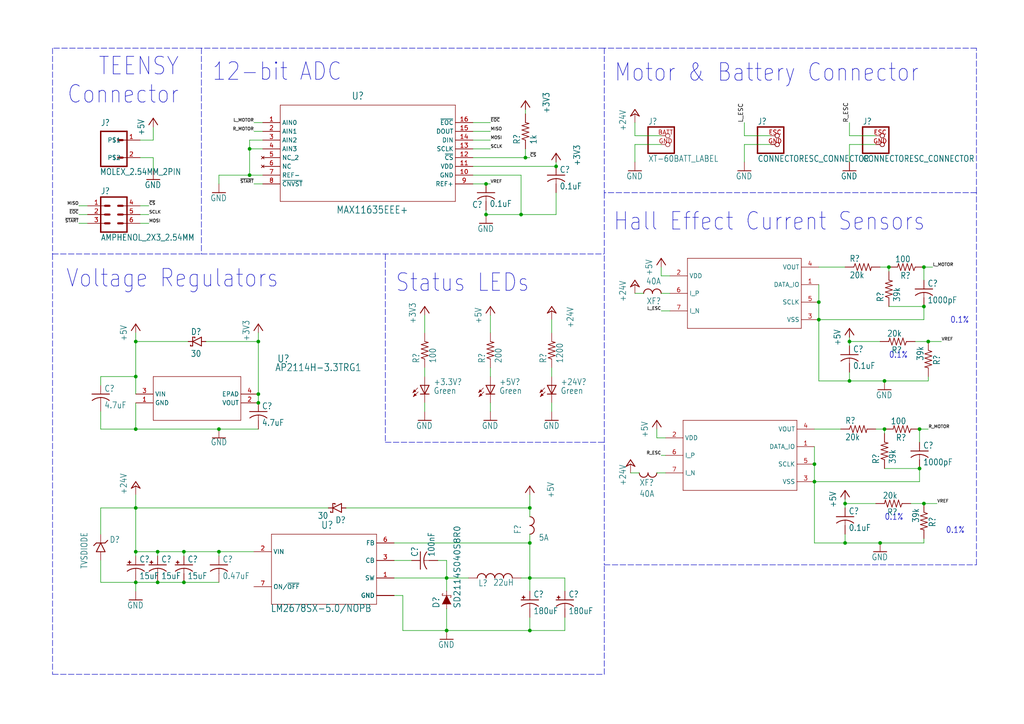
<source format=kicad_sch>
(kicad_sch (version 20211123) (generator eeschema)
  (paper "A4")
  (lib_symbols
    (symbol "powerDistribution-eagle-import:+24V" (power)
      (property "Value" "+24V" (at -2.54 -5.08 90))
      (symbol "+24V_1_0"
        (pin power_in line (at 0 -2.54 90) (length 2.54) (name "+24V") (number "1"))
      )
    )
    (symbol "powerDistribution-eagle-import:+3V3" (power)
      (property "Value" "+3V3" (at -2.54 -5.08 90))
      (symbol "+3V3_1_0"
        (pin power_in line (at 0 -2.54 90) (length 2.54) (name "+3V3") (number "1"))
      )
    )
    (symbol "powerDistribution-eagle-import:+5V" (power)
      (property "Value" "+5V" (at -2.54 -5.08 90))
      (symbol "+5V_1_0"
        (pin power_in line (at 0 -2.54 90) (length 2.54) (name "+5V") (number "1"))
      )
    )
    (symbol "powerDistribution-eagle-import:3550(2)"
      (property "Value" "3550(2)" (at -2.54 -2.54 0))
      (symbol "3550(2)_1_0"
        (pin bidirectional line (at -2.54 0 0) (length 0) (name "1") (number "1"))
        (pin bidirectional line (at -2.54 0 0) (length 0) (name "1") (number "2"))
        (pin bidirectional line (at 2.54 0 180) (length 0) (name "2") (number "3"))
        (pin bidirectional line (at 2.54 0 180) (length 0) (name "2") (number "4"))
      )
    )
    (symbol "powerDistribution-eagle-import:7447709220"
      (property "Value" "7447709220" (at 2.54 -6.35 0))
      (symbol "7447709220_1_0"
        (pin passive line (at 0 7.62 270) (length 2.54) (name "1") (number "1"))
        (pin passive line (at 0 -7.62 90) (length 2.54) (name "2") (number "2"))
      )
    )
    (symbol "powerDistribution-eagle-import:860010373009"
      (property "Reference" "C" (at 1.016 0.635 0))
      (property "Value" "860010373009" (at 1.016 -4.191 0))
      (symbol "860010373009_1_0"
        (pin passive line (at 0 2.54 270) (length 2.54) (name "+") (number "1"))
        (pin passive line (at 0 -5.08 90) (length 2.54) (name "-") (number "2"))
      )
    )
    (symbol "powerDistribution-eagle-import:AMPHENOL_2X3_2.54MM"
      (property "Value" "AMPHENOL_2X3_2.54MM" (at -3.81 -7.62 0))
      (symbol "AMPHENOL_2X3_2.54MM_1_0"
        (pin passive line (at -7.62 2.54 0) (length 5.08) (name "6") (number "1"))
        (pin passive line (at -7.62 0 0) (length 5.08) (name "4") (number "2"))
        (pin passive line (at -7.62 -2.54 0) (length 5.08) (name "2") (number "3"))
        (pin passive line (at 7.62 2.54 180) (length 5.08) (name "5") (number "4"))
        (pin passive line (at 7.62 0 180) (length 5.08) (name "3") (number "5"))
        (pin passive line (at 7.62 -2.54 180) (length 5.08) (name "1") (number "6"))
      )
    )
    (symbol "powerDistribution-eagle-import:AP2114H-3.3TRG1"
      (property "Reference" "U" (at -4.7244 6.5786 0))
      (property "Value" "AP2114H-3.3TRG1" (at -5.3594 -11.2014 0))
      (symbol "AP2114H-3.3TRG1_1_0"
        (pin power_in line (at -17.78 -2.54 0) (length 5.08) (name "GND") (number "1"))
        (pin output line (at 17.78 -2.54 180) (length 5.08) (name "VOUT") (number "2"))
        (pin input line (at -17.78 0 0) (length 5.08) (name "VIN") (number "3"))
        (pin passive line (at 17.78 0 180) (length 5.08) (name "EPAD") (number "4"))
      )
    )
    (symbol "powerDistribution-eagle-import:C-USC0603"
      (property "Reference" "C" (at 1.016 0.635 0))
      (property "Value" "C-USC0603" (at 1.016 -4.191 0))
      (symbol "C-USC0603_1_0"
        (pin passive line (at 0 2.54 270) (length 2.54) (name "1") (number "1"))
        (pin passive line (at 0 -5.08 90) (length 2.54) (name "2") (number "2"))
      )
    )
    (symbol "powerDistribution-eagle-import:CONNECTORESC_CONNECTOR"
      (property "Value" "CONNECTORESC_CONNECTOR" (at -6.35 -5.08 0))
      (symbol "CONNECTORESC_CONNECTOR_1_0"
        (pin passive inverted (at -2.54 2.54 0) (length 2.54) (name "1") (number "ESC"))
        (pin passive inverted (at -2.54 0 0) (length 2.54) (name "2") (number "GND"))
      )
    )
    (symbol "powerDistribution-eagle-import:CQ2065"
      (property "Value" "CQ2065" (at -15.24 -10.16 0))
      (symbol "CQ2065_1_0"
        (pin bidirectional line (at 22.86 2.54 180) (length 5.08) (name "DATA_IO") (number "1"))
        (pin bidirectional line (at -20.32 5.08 0) (length 5.08) (name "VDD") (number "2"))
        (pin bidirectional line (at 22.86 -7.62 180) (length 5.08) (name "VSS") (number "3"))
        (pin bidirectional line (at 22.86 7.62 180) (length 5.08) (name "VOUT") (number "4"))
        (pin bidirectional line (at 22.86 -2.54 180) (length 5.08) (name "SCLK") (number "5"))
        (pin bidirectional line (at -20.32 0 0) (length 5.08) (name "I_P") (number "6"))
        (pin bidirectional line (at -20.32 -5.08 0) (length 5.08) (name "I_N") (number "7"))
      )
    )
    (symbol "powerDistribution-eagle-import:DFLS130L-7"
      (property "Reference" "D" (at -2.54 2.54 0))
      (property "Value" "DFLS130L-7" (at -2.54 -2.54 0))
      (symbol "DFLS130L-7_1_0"
        (pin passive line (at -2.54 0 0) (length 0) (name "A") (number "1"))
        (pin passive line (at 2.54 0 180) (length 0) (name "C") (number "2"))
      )
    )
    (symbol "powerDistribution-eagle-import:ERB-RE5R00V"
      (property "Value" "ERB-RE5R00V" (at -2.54 -2.54 0))
      (symbol "ERB-RE5R00V_1_0"
        (pin bidirectional line (at -2.54 0 0) (length 0) (name "1") (number "1"))
        (pin bidirectional line (at 2.54 0 180) (length 0) (name "2") (number "2"))
      )
    )
    (symbol "powerDistribution-eagle-import:GND" (power)
      (property "Value" "GND" (at 0 -0.254 0))
      (symbol "GND_1_0"
        (pin power_in line (at 0 2.54 270) (length 2.54) (name "GND") (number "1"))
      )
    )
    (symbol "powerDistribution-eagle-import:LED-SMD"
      (property "Reference" "D" (at 2.54 2.54 0))
      (property "Value" "LED-SMD" (at 2.54 0 0))
      (symbol "LED-SMD_1_0"
        (pin passive line (at 0 5.08 270) (length 2.54) (name "A") (number "A"))
        (pin passive line (at 0 -2.54 90) (length 2.54) (name "K") (number "C"))
      )
    )
    (symbol "powerDistribution-eagle-import:LM2678SX-5.0{slash}NOPB"
      (property "Reference" "U" (at -14.8844 11.6586 0))
      (property "Value" "LM2678SX-5.0{slash}NOPB" (at -15.5194 -11.2014 0))
      (symbol "LM2678SX-5.0{slash}NOPB_1_0"
        (pin output line (at 20.32 -2.54 180) (length 5.08) (name "SW") (number "1"))
        (pin input line (at -20.32 5.08 0) (length 5.08) (name "VIN") (number "2"))
        (pin passive line (at 20.32 2.54 180) (length 5.08) (name "CB") (number "3"))
        (pin passive line (at 20.32 -7.62 180) (length 5.08) (name "GND") (number "4"))
        (pin passive line (at 20.32 7.62 180) (length 5.08) (name "FB") (number "6"))
        (pin passive line (at -20.32 -5.08 0) (length 5.08) (name "ON/~{OFF}") (number "7"))
        (pin passive line (at 20.32 -7.62 180) (length 5.08) (name "GND") (number "8"))
      )
    )
    (symbol "powerDistribution-eagle-import:MAX11635EEE+"
      (property "Reference" "U" (at -4.7244 16.7386 0))
      (property "Value" "MAX11635EEE+" (at -5.3594 14.1986 0))
      (symbol "MAX11635EEE+_1_0"
        (pin input line (at -30.48 7.62 0) (length 5.08) (name "AIN0") (number "1"))
        (pin power_in line (at 30.48 -7.62 180) (length 5.08) (name "GND") (number "10"))
        (pin power_in line (at 30.48 -5.08 180) (length 5.08) (name "VDD") (number "11"))
        (pin passive line (at 30.48 -2.54 180) (length 5.08) (name "~{CS}") (number "12"))
        (pin passive line (at 30.48 0 180) (length 5.08) (name "SCLK") (number "13"))
        (pin input line (at 30.48 2.54 180) (length 5.08) (name "DIN") (number "14"))
        (pin output line (at 30.48 5.08 180) (length 5.08) (name "DOUT") (number "15"))
        (pin passive line (at 30.48 7.62 180) (length 5.08) (name "~{EOC}") (number "16"))
        (pin input line (at -30.48 5.08 0) (length 5.08) (name "AIN1") (number "2"))
        (pin input line (at -30.48 2.54 0) (length 5.08) (name "AIN2") (number "3"))
        (pin input line (at -30.48 0 0) (length 5.08) (name "AIN3") (number "4"))
        (pin no_connect line (at -30.48 -2.54 0) (length 5.08) (name "NC_2") (number "5"))
        (pin no_connect line (at -30.48 -5.08 0) (length 5.08) (name "NC") (number "6"))
        (pin passive line (at -30.48 -7.62 0) (length 5.08) (name "REF-") (number "7"))
        (pin passive line (at -30.48 -10.16 0) (length 5.08) (name "~{CNVST}") (number "8"))
        (pin passive line (at 30.48 -10.16 180) (length 5.08) (name "REF+") (number "9"))
      )
    )
    (symbol "powerDistribution-eagle-import:MOLEX_2.54MM_2PIN"
      (property "Value" "MOLEX_2.54MM_2PIN" (at -4.064 -7.62 0))
      (symbol "MOLEX_2.54MM_2PIN_1_0"
        (pin bidirectional line (at 7.62 2.54 180) (length 5.08) (name "P$1") (number "1"))
        (pin bidirectional line (at 7.62 -2.54 180) (length 5.08) (name "P$2") (number "2"))
      )
    )
    (symbol "powerDistribution-eagle-import:R-US_R0603"
      (property "Reference" "R" (at -3.81 1.4986 0))
      (property "Value" "R-US_R0603" (at -3.81 -3.302 0))
      (symbol "R-US_R0603_1_0"
        (pin passive line (at -5.08 0 0) (length 2.54) (name "1") (number "1"))
        (pin passive line (at 5.08 0 180) (length 2.54) (name "2") (number "2"))
      )
    )
    (symbol "powerDistribution-eagle-import:SD2114S040S8R0"
      (property "Value" "SD2114S040S8R0" (at -2.54 -2.032 0))
      (symbol "SD2114S040S8R0_1_0"
        (pin passive line (at -2.54 0 0) (length 0) (name "A") (number "1"))
        (pin passive line (at 2.54 0 180) (length 0) (name "C") (number "2"))
      )
    )
    (symbol "powerDistribution-eagle-import:TR3E156M050C0300"
      (property "Reference" "C" (at 1.016 0.635 0))
      (property "Value" "TR3E156M050C0300" (at 1.016 -4.191 0))
      (symbol "TR3E156M050C0300_1_0"
        (pin passive line (at 0 2.54 270) (length 2.54) (name "+") (number "1"))
        (pin passive line (at 0 -5.08 90) (length 2.54) (name "-") (number "2"))
      )
    )
    (symbol "powerDistribution-eagle-import:TVSDIODE"
      (property "Value" "TVSDIODE" (at 2.54 -2.54 0))
      (symbol "TVSDIODE_1_0"
        (pin passive line (at 0 -5.08 90) (length 2.54) (name "A") (number "P$1"))
        (pin passive line (at 0 2.54 270) (length 2.54) (name "C") (number "P$2"))
      )
    )
    (symbol "powerDistribution-eagle-import:XT-60BATT_LABEL"
      (property "Reference" "J" (at -6.35 5.715 0))
      (property "Value" "XT-60BATT_LABEL" (at -6.35 -5.08 0))
      (symbol "XT-60BATT_LABEL_1_0"
        (pin passive inverted (at -2.54 2.54 0) (length 2.54) (name "1") (number "BATT"))
        (pin passive inverted (at -2.54 0 0) (length 2.54) (name "2") (number "GND"))
      )
    )
  )
  (junction (at 269.24 99.06))
  (junction (at 257.81 77.47))
  (junction (at 256.54 124.46))
  (junction (at 74.93 116.84))
  (junction (at 129.54 182.88))
  (junction (at 237.49 87.63))
  (junction (at 246.38 99.06))
  (junction (at 39.37 124.46))
  (junction (at 53.34 168.91))
  (junction (at 45.72 160.02))
  (junction (at 72.39 50.8))
  (junction (at 74.93 114.3))
  (junction (at 245.11 146.05))
  (junction (at 39.37 168.91))
  (junction (at 266.7 124.46))
  (junction (at 266.7 135.89))
  (junction (at 151.13 62.23))
  (junction (at 236.22 139.7))
  (junction (at 267.97 77.47))
  (junction (at 236.22 134.62))
  (junction (at 140.97 62.23))
  (junction (at 129.54 167.64))
  (junction (at 63.5 124.46))
  (junction (at 255.27 157.48))
  (junction (at 267.97 88.9))
  (junction (at 256.54 110.49))
  (junction (at 246.38 110.49))
  (junction (at 140.97 53.34))
  (junction (at 39.37 160.02))
  (junction (at 74.93 99.06))
  (junction (at 153.67 147.32))
  (junction (at 45.72 168.91))
  (junction (at 237.49 92.71))
  (junction (at 153.67 157.48))
  (junction (at 63.5 160.02))
  (junction (at 39.37 147.32))
  (junction (at 245.11 157.48))
  (junction (at 39.37 99.06))
  (junction (at 53.34 160.02))
  (junction (at 152.4 45.72))
  (junction (at 153.67 182.88))
  (junction (at 153.67 167.64))
  (junction (at 267.97 146.05))
  (junction (at 72.39 43.18))
  (junction (at 161.29 48.26))
  (junction (at 39.37 109.22))
  (wire (pts (xy 40.64 59.69) (xy 43.18 59.69)))
  (wire (pts (xy 266.7 124.46) (xy 269.24 124.46)))
  (wire (pts (xy 269.24 99.06) (xy 265.43 99.06)))
  (wire (pts (xy 237.49 110.49) (xy 246.38 110.49)))
  (wire (pts (xy 63.5 50.8) (xy 63.5 53.34)))
  (wire (pts (xy 182.88 137.16) (xy 185.42 137.16)))
  (wire (pts (xy 153.67 154.94) (xy 153.67 157.48)))
  (wire (pts (xy 72.39 43.18) (xy 76.2 43.18)))
  (wire (pts (xy 127 162.56) (xy 129.54 162.56)))
  (wire (pts (xy 245.11 154.94) (xy 245.11 157.48)))
  (wire (pts (xy 29.21 147.32) (xy 29.21 154.94)))
  (wire (pts (xy 152.4 45.72) (xy 153.67 45.72)))
  (wire (pts (xy 29.21 109.22) (xy 29.21 111.76)))
  (wire (pts (xy 142.24 116.84) (xy 142.24 119.38)))
  (wire (pts (xy 160.02 116.84) (xy 160.02 119.38)))
  (wire (pts (xy 39.37 96.52) (xy 39.37 99.06)))
  (wire (pts (xy 153.67 157.48) (xy 114.3 157.48)))
  (wire (pts (xy 151.13 62.23) (xy 161.29 62.23)))
  (polyline (pts (xy 15.24 73.66) (xy 15.24 195.58)))
  (wire (pts (xy 246.38 97.79) (xy 246.38 99.06)))
  (wire (pts (xy 63.5 161.29) (xy 63.5 160.02)))
  (wire (pts (xy 39.37 109.22) (xy 29.21 109.22)))
  (wire (pts (xy 236.22 157.48) (xy 245.11 157.48)))
  (wire (pts (xy 44.45 40.64) (xy 44.45 36.83)))
  (wire (pts (xy 236.22 124.46) (xy 243.84 124.46)))
  (polyline (pts (xy 111.76 128.27) (xy 175.26 128.27)))
  (wire (pts (xy 246.38 39.37) (xy 246.38 35.56)))
  (wire (pts (xy 152.4 33.02) (xy 152.4 31.75)))
  (wire (pts (xy 191.77 41.91) (xy 184.15 41.91)))
  (wire (pts (xy 25.4 62.23) (xy 22.86 62.23)))
  (wire (pts (xy 45.72 168.91) (xy 53.34 168.91)))
  (wire (pts (xy 114.3 167.64) (xy 129.54 167.64)))
  (wire (pts (xy 256.54 135.89) (xy 266.7 135.89)))
  (wire (pts (xy 184.15 35.56) (xy 184.15 39.37)))
  (wire (pts (xy 194.31 90.17) (xy 191.77 90.17)))
  (wire (pts (xy 246.38 99.06) (xy 246.38 100.33)))
  (wire (pts (xy 215.9 39.37) (xy 215.9 35.56)))
  (wire (pts (xy 39.37 147.32) (xy 95.25 147.32)))
  (wire (pts (xy 256.54 110.49) (xy 269.24 110.49)))
  (wire (pts (xy 39.37 171.45) (xy 39.37 168.91)))
  (polyline (pts (xy 15.24 73.66) (xy 58.42 73.66)))
  (wire (pts (xy 39.37 116.84) (xy 39.37 124.46)))
  (wire (pts (xy 100.33 147.32) (xy 153.67 147.32)))
  (wire (pts (xy 223.52 41.91) (xy 215.9 41.91)))
  (wire (pts (xy 44.45 45.72) (xy 44.45 49.53)))
  (wire (pts (xy 116.84 172.72) (xy 116.84 182.88)))
  (wire (pts (xy 246.38 99.06) (xy 255.27 99.06)))
  (wire (pts (xy 190.5 127) (xy 193.04 127)))
  (wire (pts (xy 267.97 157.48) (xy 267.97 156.21)))
  (wire (pts (xy 135.89 167.64) (xy 129.54 167.64)))
  (wire (pts (xy 267.97 77.47) (xy 270.51 77.47)))
  (polyline (pts (xy 175.26 13.97) (xy 175.26 55.88)))
  (polyline (pts (xy 283.21 13.97) (xy 175.26 13.97)))
  (wire (pts (xy 153.67 182.88) (xy 153.67 179.07)))
  (wire (pts (xy 254 41.91) (xy 246.38 41.91)))
  (wire (pts (xy 223.52 39.37) (xy 215.9 39.37)))
  (wire (pts (xy 140.97 53.34) (xy 142.24 53.34)))
  (wire (pts (xy 266.7 139.7) (xy 266.7 135.89)))
  (wire (pts (xy 256.54 124.46) (xy 256.54 125.73)))
  (wire (pts (xy 137.16 48.26) (xy 161.29 48.26)))
  (wire (pts (xy 123.19 91.44) (xy 123.19 96.52)))
  (wire (pts (xy 129.54 182.88) (xy 116.84 182.88)))
  (wire (pts (xy 255.27 157.48) (xy 267.97 157.48)))
  (wire (pts (xy 267.97 146.05) (xy 271.78 146.05)))
  (wire (pts (xy 190.5 137.16) (xy 193.04 137.16)))
  (wire (pts (xy 186.69 85.09) (xy 184.15 85.09)))
  (wire (pts (xy 151.13 50.8) (xy 151.13 62.23)))
  (wire (pts (xy 246.38 41.91) (xy 246.38 46.99)))
  (wire (pts (xy 140.97 62.23) (xy 140.97 60.96)))
  (wire (pts (xy 137.16 40.64) (xy 142.24 40.64)))
  (wire (pts (xy 129.54 167.64) (xy 129.54 171.45)))
  (wire (pts (xy 59.69 99.06) (xy 74.93 99.06)))
  (wire (pts (xy 236.22 134.62) (xy 236.22 139.7)))
  (wire (pts (xy 76.2 40.64) (xy 72.39 40.64)))
  (wire (pts (xy 160.02 92.71) (xy 160.02 96.52)))
  (wire (pts (xy 72.39 43.18) (xy 72.39 50.8)))
  (wire (pts (xy 163.83 182.88) (xy 163.83 179.07)))
  (polyline (pts (xy 283.21 55.88) (xy 175.26 55.88)))
  (wire (pts (xy 53.34 160.02) (xy 53.34 161.29)))
  (wire (pts (xy 193.04 132.08) (xy 191.77 132.08)))
  (wire (pts (xy 267.97 81.28) (xy 267.97 77.47)))
  (wire (pts (xy 163.83 167.64) (xy 163.83 171.45)))
  (polyline (pts (xy 175.26 195.58) (xy 175.26 163.83)))
  (wire (pts (xy 160.02 106.68) (xy 160.02 109.22)))
  (wire (pts (xy 39.37 99.06) (xy 54.61 99.06)))
  (wire (pts (xy 53.34 160.02) (xy 45.72 160.02)))
  (wire (pts (xy 161.29 62.23) (xy 161.29 55.88)))
  (wire (pts (xy 39.37 124.46) (xy 29.21 124.46)))
  (wire (pts (xy 123.19 106.68) (xy 123.19 109.22)))
  (wire (pts (xy 137.16 45.72) (xy 152.4 45.72)))
  (wire (pts (xy 237.49 82.55) (xy 237.49 87.63)))
  (wire (pts (xy 153.67 171.45) (xy 153.67 167.64)))
  (wire (pts (xy 129.54 182.88) (xy 129.54 176.53)))
  (wire (pts (xy 72.39 50.8) (xy 63.5 50.8)))
  (wire (pts (xy 137.16 53.34) (xy 140.97 53.34)))
  (wire (pts (xy 267.97 146.05) (xy 264.16 146.05)))
  (wire (pts (xy 245.11 146.05) (xy 254 146.05)))
  (wire (pts (xy 114.3 172.72) (xy 116.84 172.72)))
  (wire (pts (xy 153.67 182.88) (xy 163.83 182.88)))
  (wire (pts (xy 254 39.37) (xy 246.38 39.37)))
  (wire (pts (xy 39.37 99.06) (xy 39.37 109.22)))
  (wire (pts (xy 114.3 162.56) (xy 119.38 162.56)))
  (wire (pts (xy 246.38 107.95) (xy 246.38 110.49)))
  (wire (pts (xy 137.16 43.18) (xy 142.24 43.18)))
  (wire (pts (xy 237.49 77.47) (xy 245.11 77.47)))
  (wire (pts (xy 39.37 161.29) (xy 39.37 160.02)))
  (wire (pts (xy 194.31 85.09) (xy 191.77 85.09)))
  (wire (pts (xy 245.11 144.78) (xy 245.11 146.05)))
  (wire (pts (xy 72.39 40.64) (xy 72.39 43.18)))
  (wire (pts (xy 76.2 38.1) (xy 73.66 38.1)))
  (wire (pts (xy 237.49 92.71) (xy 267.97 92.71)))
  (wire (pts (xy 40.64 45.72) (xy 44.45 45.72)))
  (wire (pts (xy 39.37 147.32) (xy 29.21 147.32)))
  (wire (pts (xy 40.64 64.77) (xy 43.18 64.77)))
  (wire (pts (xy 45.72 160.02) (xy 39.37 160.02)))
  (wire (pts (xy 76.2 50.8) (xy 72.39 50.8)))
  (wire (pts (xy 137.16 35.56) (xy 142.24 35.56)))
  (wire (pts (xy 39.37 147.32) (xy 39.37 160.02)))
  (polyline (pts (xy 58.42 13.97) (xy 58.42 73.66)))
  (polyline (pts (xy 175.26 55.88) (xy 175.26 163.83)))
  (wire (pts (xy 257.81 88.9) (xy 267.97 88.9)))
  (wire (pts (xy 45.72 160.02) (xy 45.72 161.29)))
  (wire (pts (xy 29.21 162.56) (xy 29.21 168.91)))
  (wire (pts (xy 142.24 106.68) (xy 142.24 109.22)))
  (wire (pts (xy 153.67 167.64) (xy 163.83 167.64)))
  (polyline (pts (xy 175.26 163.83) (xy 283.21 163.83)))
  (polyline (pts (xy 111.76 73.66) (xy 111.76 128.27)))
  (wire (pts (xy 123.19 116.84) (xy 123.19 119.38)))
  (wire (pts (xy 39.37 124.46) (xy 63.5 124.46)))
  (wire (pts (xy 76.2 35.56) (xy 73.66 35.56)))
  (wire (pts (xy 237.49 92.71) (xy 237.49 110.49)))
  (wire (pts (xy 245.11 157.48) (xy 255.27 157.48)))
  (wire (pts (xy 129.54 162.56) (xy 129.54 167.64)))
  (wire (pts (xy 236.22 129.54) (xy 236.22 134.62)))
  (wire (pts (xy 25.4 64.77) (xy 22.86 64.77)))
  (wire (pts (xy 257.81 77.47) (xy 257.81 78.74)))
  (wire (pts (xy 254 124.46) (xy 256.54 124.46)))
  (polyline (pts (xy 15.24 13.97) (xy 15.24 73.66)))
  (wire (pts (xy 39.37 168.91) (xy 45.72 168.91)))
  (wire (pts (xy 25.4 59.69) (xy 22.86 59.69)))
  (wire (pts (xy 184.15 39.37) (xy 191.77 39.37)))
  (wire (pts (xy 153.67 147.32) (xy 153.67 149.86)))
  (polyline (pts (xy 283.21 163.83) (xy 283.21 55.88)))
  (wire (pts (xy 74.93 96.52) (xy 74.93 99.06)))
  (wire (pts (xy 246.38 110.49) (xy 256.54 110.49)))
  (wire (pts (xy 39.37 143.51) (xy 39.37 147.32)))
  (wire (pts (xy 142.24 91.44) (xy 142.24 96.52)))
  (wire (pts (xy 29.21 124.46) (xy 29.21 119.38)))
  (wire (pts (xy 269.24 99.06) (xy 273.05 99.06)))
  (wire (pts (xy 191.77 80.01) (xy 194.31 80.01)))
  (wire (pts (xy 266.7 128.27) (xy 266.7 124.46)))
  (wire (pts (xy 236.22 139.7) (xy 236.22 157.48)))
  (wire (pts (xy 237.49 87.63) (xy 237.49 92.71)))
  (wire (pts (xy 53.34 168.91) (xy 63.5 168.91)))
  (wire (pts (xy 267.97 92.71) (xy 267.97 88.9)))
  (wire (pts (xy 236.22 139.7) (xy 266.7 139.7)))
  (wire (pts (xy 153.67 182.88) (xy 129.54 182.88)))
  (wire (pts (xy 40.64 40.64) (xy 44.45 40.64)))
  (wire (pts (xy 76.2 53.34) (xy 73.66 53.34)))
  (wire (pts (xy 152.4 43.18) (xy 152.4 45.72)))
  (wire (pts (xy 215.9 41.91) (xy 215.9 46.99)))
  (wire (pts (xy 255.27 77.47) (xy 257.81 77.47)))
  (wire (pts (xy 29.21 168.91) (xy 39.37 168.91)))
  (wire (pts (xy 245.11 146.05) (xy 245.11 147.32)))
  (polyline (pts (xy 283.21 55.88) (xy 283.21 13.97)))
  (wire (pts (xy 63.5 160.02) (xy 53.34 160.02)))
  (wire (pts (xy 74.93 99.06) (xy 74.93 114.3)))
  (wire (pts (xy 153.67 167.64) (xy 153.67 157.48)))
  (wire (pts (xy 161.29 48.26) (xy 161.29 46.99)))
  (wire (pts (xy 151.13 167.64) (xy 153.67 167.64)))
  (wire (pts (xy 269.24 110.49) (xy 269.24 109.22)))
  (wire (pts (xy 190.5 124.46) (xy 190.5 127)))
  (wire (pts (xy 40.64 62.23) (xy 43.18 62.23)))
  (polyline (pts (xy 15.24 195.58) (xy 175.26 195.58)))
  (wire (pts (xy 63.5 160.02) (xy 73.66 160.02)))
  (wire (pts (xy 74.93 116.84) (xy 74.93 114.3)))
  (wire (pts (xy 191.77 77.47) (xy 191.77 80.01)))
  (wire (pts (xy 137.16 50.8) (xy 151.13 50.8)))
  (polyline (pts (xy 58.42 73.66) (xy 175.26 73.66)))
  (polyline (pts (xy 175.26 13.97) (xy 58.42 13.97)))
  (wire (pts (xy 151.13 62.23) (xy 140.97 62.23)))
  (wire (pts (xy 39.37 114.3) (xy 39.37 109.22)))
  (wire (pts (xy 153.67 147.32) (xy 153.67 143.51)))
  (wire (pts (xy 74.93 124.46) (xy 63.5 124.46)))
  (polyline (pts (xy 58.42 13.97) (xy 15.24 13.97)))
  (wire (pts (xy 184.15 41.91) (xy 184.15 46.99)))
  (wire (pts (xy 137.16 38.1) (xy 142.24 38.1)))
  (text "0.1%" (at 274.32 154.94 180) (effects (font (size 1.778 1.5113)) (justify left bottom)))
  (text "12-bit ADC" (at 61.468 23.876 180) (effects (font (size 5.08 4.318)) (justify left bottom)))
  (text "0.1%" (at 257.81 104.14 180) (effects (font (size 1.778 1.5113)) (justify left bottom)))
  (text "Hall Effect Current Sensors" (at 177.8 67.31 180) (effects (font (size 5.08 4.318)) (justify left bottom)))
  (text "0.1%" (at 275.59 93.98 180) (effects (font (size 1.778 1.5113)) (justify left bottom)))
  (text "Motor & Battery Connector" (at 266.7 24.13 180) (effects (font (size 5.08 4.318)) (justify right bottom)))
  (text "TEENSY\nConnector" (at 52.07 30.48 180) (effects (font (size 5.08 4.318)) (justify right bottom)))
  (text "0.1%" (at 256.54 151.13 180) (effects (font (size 1.778 1.5113)) (justify left bottom)))
  (text "Voltage Regulators" (at 19.05 83.82 180) (effects (font (size 5.08 4.318)) (justify left bottom)))
  (text "Status LEDs" (at 153.67 85.09 180) (effects (font (size 5.08 4.318)) (justify right bottom)))
  (label "~{START}" (at 73.66 53.34 180) (effects (font (size 0.889 0.889))))
  (label "L_ESC" (at 191.77 90.17 180) (effects (font (size 0.889 0.889))))
  (label "~{CS}" (at 43.18 59.69 0) (effects (font (size 0.889 0.889))))
  (label "L_MOTOR" (at 73.66 35.56 180) (effects (font (size 0.889 0.889))))
  (label "R_MOTOR" (at 73.66 38.1 180) (effects (font (size 0.889 0.889))))
  (label "~{START}" (at 22.86 64.77 180) (effects (font (size 0.889 0.889))))
  (label "L_ESC" (at 215.9 35.56 90) (effects (font (size 1.2446 1.2446))))
  (label "L_MOTOR" (at 270.51 77.47 0) (effects (font (size 0.889 0.889))))
  (label "R_ESC" (at 246.38 35.56 90) (effects (font (size 1.2446 1.2446))))
  (label "MOSI" (at 142.24 40.64 0) (effects (font (size 0.889 0.889))))
  (label "MISO" (at 142.24 38.1 0) (effects (font (size 0.889 0.889))))
  (label "R_ESC" (at 191.77 132.08 180) (effects (font (size 0.889 0.889))))
  (label "SCLK" (at 43.18 62.23 0) (effects (font (size 0.889 0.889))))
  (label "VREF" (at 273.05 99.06 0) (effects (font (size 0.889 0.889))))
  (label "~{CS}" (at 153.67 45.72 0) (effects (font (size 0.889 0.889))))
  (label "~{EOC}" (at 22.86 62.23 180) (effects (font (size 0.889 0.889))))
  (label "SCLK" (at 142.24 43.18 0) (effects (font (size 0.889 0.889))))
  (label "MISO" (at 22.86 59.69 180) (effects (font (size 0.889 0.889))))
  (label "VREF" (at 271.78 146.05 0) (effects (font (size 0.889 0.889))))
  (label "R_MOTOR" (at 269.24 124.46 0) (effects (font (size 0.889 0.889))))
  (label "~{EOC}" (at 142.24 35.56 0) (effects (font (size 0.889 0.889))))
  (label "VREF" (at 142.24 53.34 0) (effects (font (size 0.889 0.889))))
  (label "MOSI" (at 43.18 64.77 0) (effects (font (size 0.889 0.889))))
  (symbol (lib_id "powerDistribution-eagle-import:R-US_R0603") (at 269.24 104.14 270) (unit 1)
    (property "Reference" "R?" (at 270.7386 102.87 0) (effects (font (size 1.778 1.5113)) (justify left bottom)))
    (property "Value" "39k" (at 265.938 100.33 0) (effects (font (size 1.778 1.5113)) (justify left bottom)))
    (property "Footprint" "powerDistribution:R0603" (effects hide))
  )
  (symbol (lib_id "powerDistribution-eagle-import:3550(2)") (at 189.23 85.09 180) (unit 1)
    (property "Reference" "XF?" (at 191.77 86.36 0) (effects (font (size 1.778 1.5113)) (justify left bottom)))
    (property "Value" "40A" (at 191.77 82.55 0) (effects (font (size 1.778 1.5113)) (justify left top)))
    (property "Footprint" "powerDistribution:3550" (effects hide))
  )
  (symbol (lib_id "powerDistribution-eagle-import:+24V") (at 182.88 134.62 0) (unit 1)
    (property "Reference" "#P+?" (effects hide))
    (property "Value" "+24V" (at 181.61 140.97 90) (effects (font (size 1.778 1.5113)) (justify left bottom)))
    (property "Footprint" "powerDistribution:" (effects hide))
  )
  (symbol (lib_id "powerDistribution-eagle-import:R-US_R0603") (at 259.08 146.05 180) (unit 1)
    (property "Reference" "R?" (at 260.35 147.5486 0) (effects (font (size 1.778 1.5113)) (justify left bottom)))
    (property "Value" "20k" (at 260.35 142.748 0) (effects (font (size 1.778 1.5113)) (justify left bottom)))
    (property "Footprint" "powerDistribution:R0603" (effects hide))
  )
  (symbol (lib_id "powerDistribution-eagle-import:860010373009") (at 153.67 173.99 0) (unit 1)
    (property "Reference" "C?" (at 154.686 173.355 0) (effects (font (size 1.778 1.5113)) (justify left bottom)))
    (property "Value" "180uF" (at 154.686 178.181 0) (effects (font (size 1.778 1.5113)) (justify left bottom)))
    (property "Footprint" "powerDistribution:860010373009" (effects hide))
  )
  (symbol (lib_id "powerDistribution-eagle-import:LM2678SX-5.0{slash}NOPB") (at 93.98 165.1 0) (unit 1)
    (property "Reference" "U?" (at 93.0656 153.4414 0) (effects (font (size 2.0828 1.7703)) (justify left bottom)))
    (property "Value" "LM2678SX-5.0{slash}NOPB" (at 78.4606 177.5714 0) (effects (font (size 2.0828 1.7703)) (justify left bottom)))
    (property "Footprint" "powerDistribution:TS7B" (effects hide))
  )
  (symbol (lib_id "powerDistribution-eagle-import:C-USC0603") (at 29.21 114.3 0) (unit 1)
    (property "Reference" "C?" (at 30.226 113.665 0) (effects (font (size 1.778 1.5113)) (justify left bottom)))
    (property "Value" "4.7uF" (at 30.226 118.491 0) (effects (font (size 1.778 1.5113)) (justify left bottom)))
    (property "Footprint" "powerDistribution:C0603" (effects hide))
  )
  (symbol (lib_id "powerDistribution-eagle-import:GND") (at 142.24 121.92 0) (unit 1)
    (property "Reference" "#GND?" (effects hide))
    (property "Value" "GND" (at 139.7 124.46 0) (effects (font (size 1.778 1.5113)) (justify left bottom)))
    (property "Footprint" "powerDistribution:" (effects hide))
  )
  (symbol (lib_id "powerDistribution-eagle-import:GND") (at 256.54 113.03 0) (unit 1)
    (property "Reference" "#GND?" (effects hide))
    (property "Value" "GND" (at 254 115.57 0) (effects (font (size 1.778 1.5113)) (justify left bottom)))
    (property "Footprint" "powerDistribution:" (effects hide))
  )
  (symbol (lib_id "powerDistribution-eagle-import:C-USC0603") (at 74.93 119.38 0) (unit 1)
    (property "Reference" "C?" (at 75.946 118.745 0) (effects (font (size 1.778 1.5113)) (justify left bottom)))
    (property "Value" "4.7uF" (at 75.946 123.571 0) (effects (font (size 1.778 1.5113)) (justify left bottom)))
    (property "Footprint" "powerDistribution:C0603" (effects hide))
  )
  (symbol (lib_id "powerDistribution-eagle-import:+5V") (at 153.67 140.97 0) (unit 1)
    (property "Reference" "#P+?" (effects hide))
    (property "Value" "+5V" (at 158.75 139.7 90) (effects (font (size 1.778 1.5113)) (justify right top)))
    (property "Footprint" "powerDistribution:" (effects hide))
  )
  (symbol (lib_id "powerDistribution-eagle-import:860010373009") (at 163.83 173.99 0) (unit 1)
    (property "Reference" "C?" (at 164.846 173.355 0) (effects (font (size 1.778 1.5113)) (justify left bottom)))
    (property "Value" "180uF" (at 164.846 178.181 0) (effects (font (size 1.778 1.5113)) (justify left bottom)))
    (property "Footprint" "powerDistribution:860010373009" (effects hide))
  )
  (symbol (lib_id "powerDistribution-eagle-import:R-US_R0603") (at 262.89 77.47 180) (unit 1)
    (property "Reference" "R?" (at 264.16 78.9686 0) (effects (font (size 1.778 1.5113)) (justify left bottom)))
    (property "Value" "100" (at 264.16 74.168 0) (effects (font (size 1.778 1.5113)) (justify left bottom)))
    (property "Footprint" "powerDistribution:R0603" (effects hide))
  )
  (symbol (lib_id "powerDistribution-eagle-import:TVSDIODE") (at 29.21 157.48 0) (unit 1)
    (property "Reference" "D?" (at 31.75 157.48 0) (effects (font (size 1.778 1.5113)) (justify left bottom)))
    (property "Value" "TVSDIODE" (at 25.4 165.1 90) (effects (font (size 1.778 1.5113)) (justify left bottom)))
    (property "Footprint" "powerDistribution:TVSDIODE" (effects hide))
  )
  (symbol (lib_id "powerDistribution-eagle-import:7447709220") (at 143.51 167.64 90) (unit 1)
    (property "Reference" "L?" (at 141.478 168.148 90) (effects (font (size 1.778 1.5113)) (justify left bottom)))
    (property "Value" "22uH" (at 143.002 169.926 90) (effects (font (size 1.778 1.5113)) (justify right top)))
    (property "Footprint" "powerDistribution:INDUCTOR22" (effects hide))
  )
  (symbol (lib_id "powerDistribution-eagle-import:+5V") (at 246.38 95.25 0) (unit 1)
    (property "Reference" "#P+?" (effects hide))
    (property "Value" "+5V" (at 243.84 100.33 90) (effects (font (size 1.778 1.5113)) (justify left bottom)))
    (property "Footprint" "powerDistribution:" (effects hide))
  )
  (symbol (lib_id "powerDistribution-eagle-import:LED-SMD") (at 123.19 114.3 0) (unit 1)
    (property "Reference" "+3.3V?" (at 125.73 111.76 0) (effects (font (size 1.778 1.5113)) (justify left bottom)))
    (property "Value" "Green" (at 125.73 114.3 0) (effects (font (size 1.778 1.5113)) (justify left bottom)))
    (property "Footprint" "powerDistribution:CHIP-LED0603" (effects hide))
  )
  (symbol (lib_id "powerDistribution-eagle-import:SD2114S040S8R0") (at 129.54 173.99 90) (unit 1)
    (property "Reference" "D?" (at 127.508 176.53 0) (effects (font (size 1.778 1.778)) (justify left bottom)))
    (property "Value" "SD2114S040S8R0" (at 131.572 176.53 0) (effects (font (size 1.778 1.778)) (justify left top)))
    (property "Footprint" "powerDistribution:SD2114S040S8R0" (effects hide))
  )
  (symbol (lib_id "powerDistribution-eagle-import:GND") (at 63.5 127 0) (unit 1)
    (property "Reference" "#GND?" (effects hide))
    (property "Value" "GND" (at 63.5 127.254 0) (effects (font (size 1.778 1.5113)) (justify top)))
    (property "Footprint" "powerDistribution:" (effects hide))
  )
  (symbol (lib_id "powerDistribution-eagle-import:+5V") (at 245.11 142.24 0) (unit 1)
    (property "Reference" "#P+?" (effects hide))
    (property "Value" "+5V" (at 242.57 147.32 90) (effects (font (size 1.778 1.5113)) (justify left bottom)))
    (property "Footprint" "powerDistribution:" (effects hide))
  )
  (symbol (lib_id "powerDistribution-eagle-import:ERB-RE5R00V") (at 153.67 152.4 90) (unit 1)
    (property "Reference" "F?" (at 151.13 154.94 0) (effects (font (size 1.778 1.5113)) (justify left bottom)))
    (property "Value" "5A" (at 156.21 154.94 90) (effects (font (size 1.778 1.5113)) (justify right bottom)))
    (property "Footprint" "powerDistribution:ERB-RE5R00V" (effects hide))
  )
  (symbol (lib_id "powerDistribution-eagle-import:+24V") (at 39.37 140.97 0) (unit 1)
    (property "Reference" "#P+?" (effects hide))
    (property "Value" "+24V" (at 36.83 143.51 90) (effects (font (size 1.778 1.5113)) (justify left bottom)))
    (property "Footprint" "powerDistribution:" (effects hide))
  )
  (symbol (lib_id "powerDistribution-eagle-import:MAX11635EEE+") (at 106.68 43.18 0) (unit 1)
    (property "Reference" "U?" (at 101.9556 28.9814 0) (effects (font (size 2.0828 1.7703)) (justify left bottom)))
    (property "Value" "MAX11635EEE+" (at 97.5106 62.0014 0) (effects (font (size 2.0828 1.7703)) (justify left bottom)))
    (property "Footprint" "powerDistribution:21-0055H_16_MXM" (effects hide))
  )
  (symbol (lib_id "powerDistribution-eagle-import:AP2114H-3.3TRG1") (at 57.15 114.3 0) (unit 1)
    (property "Reference" "U?" (at 80.3656 105.1814 0) (effects (font (size 2.0828 1.7703)) (justify left bottom)))
    (property "Value" "AP2114H-3.3TRG1" (at 79.7306 107.7214 0) (effects (font (size 2.0828 1.7703)) (justify left bottom)))
    (property "Footprint" "powerDistribution:SOT-223" (effects hide))
  )
  (symbol (lib_id "powerDistribution-eagle-import:+5V") (at 44.45 34.29 0) (unit 1)
    (property "Reference" "#P+?" (effects hide))
    (property "Value" "+5V" (at 41.91 39.37 90) (effects (font (size 1.778 1.5113)) (justify left bottom)))
    (property "Footprint" "powerDistribution:" (effects hide))
  )
  (symbol (lib_id "powerDistribution-eagle-import:GND") (at 140.97 64.77 0) (unit 1)
    (property "Reference" "#GND?" (effects hide))
    (property "Value" "GND" (at 138.43 67.31 0) (effects (font (size 1.778 1.5113)) (justify left bottom)))
    (property "Footprint" "powerDistribution:" (effects hide))
  )
  (symbol (lib_id "powerDistribution-eagle-import:GND") (at 39.37 173.99 0) (unit 1)
    (property "Reference" "#GND?" (effects hide))
    (property "Value" "GND" (at 36.83 176.53 0) (effects (font (size 1.778 1.5113)) (justify left bottom)))
    (property "Footprint" "powerDistribution:" (effects hide))
  )
  (symbol (lib_id "powerDistribution-eagle-import:GND") (at 215.9 49.53 0) (unit 1)
    (property "Reference" "#GND?" (effects hide))
    (property "Value" "GND" (at 213.36 52.07 0) (effects (font (size 1.778 1.5113)) (justify left bottom)))
    (property "Footprint" "powerDistribution:" (effects hide))
  )
  (symbol (lib_id "powerDistribution-eagle-import:C-USC0603") (at 267.97 83.82 0) (unit 1)
    (property "Reference" "C?" (at 268.986 83.185 0) (effects (font (size 1.778 1.5113)) (justify left bottom)))
    (property "Value" "1000pF" (at 268.986 88.011 0) (effects (font (size 1.778 1.5113)) (justify left bottom)))
    (property "Footprint" "powerDistribution:C0603" (effects hide))
  )
  (symbol (lib_id "powerDistribution-eagle-import:C-USC0603") (at 245.11 149.86 0) (unit 1)
    (property "Reference" "C?" (at 246.126 149.225 0) (effects (font (size 1.778 1.5113)) (justify left bottom)))
    (property "Value" "0.1uF" (at 246.126 154.051 0) (effects (font (size 1.778 1.5113)) (justify left bottom)))
    (property "Footprint" "powerDistribution:C0603" (effects hide))
  )
  (symbol (lib_id "powerDistribution-eagle-import:TR3E156M050C0300") (at 39.37 163.83 0) (unit 1)
    (property "Reference" "C?" (at 40.386 163.195 0) (effects (font (size 1.778 1.5113)) (justify left bottom)))
    (property "Value" "15uF" (at 40.386 168.021 0) (effects (font (size 1.778 1.5113)) (justify left bottom)))
    (property "Footprint" "powerDistribution:TR3E156M050C0300" (effects hide))
  )
  (symbol (lib_id "powerDistribution-eagle-import:LED-SMD") (at 160.02 114.3 0) (unit 1)
    (property "Reference" "+24V?" (at 162.56 111.76 0) (effects (font (size 1.778 1.5113)) (justify left bottom)))
    (property "Value" "Green" (at 162.56 114.3 0) (effects (font (size 1.778 1.5113)) (justify left bottom)))
    (property "Footprint" "powerDistribution:CHIP-LED0603" (effects hide))
  )
  (symbol (lib_id "powerDistribution-eagle-import:R-US_R0603") (at 250.19 77.47 0) (unit 1)
    (property "Reference" "R?" (at 246.38 75.9714 0) (effects (font (size 1.778 1.5113)) (justify left bottom)))
    (property "Value" "20k" (at 246.38 80.772 0) (effects (font (size 1.778 1.5113)) (justify left bottom)))
    (property "Footprint" "powerDistribution:R0603" (effects hide))
  )
  (symbol (lib_id "powerDistribution-eagle-import:CONNECTORESC_CONNECTOR") (at 256.54 41.91 0) (unit 1)
    (property "Reference" "J?" (at 250.19 36.195 0) (effects (font (size 1.778 1.5113)) (justify left bottom)))
    (property "Value" "CONNECTORESC_CONNECTOR" (at 250.19 46.99 0) (effects (font (size 1.778 1.5113)) (justify left bottom)))
    (property "Footprint" "powerDistribution:ESC_CONNECT" (effects hide))
  )
  (symbol (lib_id "powerDistribution-eagle-import:+5V") (at 190.5 121.92 0) (unit 1)
    (property "Reference" "#P+?" (effects hide))
    (property "Value" "+5V" (at 187.96 127 90) (effects (font (size 1.778 1.5113)) (justify left bottom)))
    (property "Footprint" "powerDistribution:" (effects hide))
  )
  (symbol (lib_id "powerDistribution-eagle-import:+24V") (at 184.15 82.55 0) (unit 1)
    (property "Reference" "#P+?" (effects hide))
    (property "Value" "+24V" (at 181.61 87.63 90) (effects (font (size 1.778 1.5113)) (justify left bottom)))
    (property "Footprint" "powerDistribution:" (effects hide))
  )
  (symbol (lib_id "powerDistribution-eagle-import:GND") (at 129.54 185.42 0) (unit 1)
    (property "Reference" "#GND?" (effects hide))
    (property "Value" "GND" (at 127 187.96 0) (effects (font (size 1.778 1.5113)) (justify left bottom)))
    (property "Footprint" "powerDistribution:" (effects hide))
  )
  (symbol (lib_id "powerDistribution-eagle-import:XT-60BATT_LABEL") (at 194.31 41.91 0) (unit 1)
    (property "Reference" "J?" (at 187.96 36.195 0) (effects (font (size 1.778 1.5113)) (justify left bottom)))
    (property "Value" "XT-60BATT_LABEL" (at 187.96 46.99 0) (effects (font (size 1.778 1.5113)) (justify left bottom)))
    (property "Footprint" "powerDistribution:XT-60" (effects hide))
  )
  (symbol (lib_id "powerDistribution-eagle-import:R-US_R0603") (at 257.81 83.82 90) (unit 1)
    (property "Reference" "R?" (at 256.3114 87.63 0) (effects (font (size 1.778 1.5113)) (justify left bottom)))
    (property "Value" "39k" (at 261.112 87.63 0) (effects (font (size 1.778 1.5113)) (justify left bottom)))
    (property "Footprint" "powerDistribution:R0603" (effects hide))
  )
  (symbol (lib_id "powerDistribution-eagle-import:DFLS130L-7") (at 97.79 147.32 180) (unit 1)
    (property "Reference" "D?" (at 100.33 149.86 0) (effects (font (size 1.778 1.5113)) (justify left bottom)))
    (property "Value" "30" (at 95.25 148.59 0) (effects (font (size 1.778 1.5113)) (justify left bottom)))
    (property "Footprint" "powerDistribution:DFLS130L-7" (effects hide))
  )
  (symbol (lib_id "powerDistribution-eagle-import:+24V") (at 160.02 90.17 0) (unit 1)
    (property "Reference" "#P+?" (effects hide))
    (property "Value" "+24V" (at 166.37 95.25 90) (effects (font (size 1.778 1.5113)) (justify left bottom)))
    (property "Footprint" "powerDistribution:" (effects hide))
  )
  (symbol (lib_id "powerDistribution-eagle-import:TR3E156M050C0300") (at 45.72 163.83 0) (unit 1)
    (property "Reference" "C?" (at 46.736 163.195 0) (effects (font (size 1.778 1.5113)) (justify left bottom)))
    (property "Value" "15uF" (at 46.736 168.021 0) (effects (font (size 1.778 1.5113)) (justify left bottom)))
    (property "Footprint" "powerDistribution:TR3E156M050C0300" (effects hide))
  )
  (symbol (lib_id "powerDistribution-eagle-import:GND") (at 246.38 49.53 0) (unit 1)
    (property "Reference" "#GND?" (effects hide))
    (property "Value" "GND" (at 243.84 52.07 0) (effects (font (size 1.778 1.5113)) (justify left bottom)))
    (property "Footprint" "powerDistribution:" (effects hide))
  )
  (symbol (lib_id "powerDistribution-eagle-import:C-USC0603") (at 140.97 55.88 0) (unit 1)
    (property "Reference" "C?" (at 136.906 60.325 0) (effects (font (size 1.778 1.5113)) (justify left bottom)))
    (property "Value" "0.1uF" (at 141.986 60.071 0) (effects (font (size 1.778 1.5113)) (justify left bottom)))
    (property "Footprint" "powerDistribution:C0603" (effects hide))
  )
  (symbol (lib_id "powerDistribution-eagle-import:R-US_R0603") (at 260.35 99.06 180) (unit 1)
    (property "Reference" "R?" (at 261.62 100.5586 0) (effects (font (size 1.778 1.5113)) (justify left bottom)))
    (property "Value" "20k" (at 261.62 95.758 0) (effects (font (size 1.778 1.5113)) (justify left bottom)))
    (property "Footprint" "powerDistribution:R0603" (effects hide))
  )
  (symbol (lib_id "powerDistribution-eagle-import:LED-SMD") (at 142.24 114.3 0) (unit 1)
    (property "Reference" "+5V?" (at 144.78 111.76 0) (effects (font (size 1.778 1.5113)) (justify left bottom)))
    (property "Value" "Green" (at 144.78 114.3 0) (effects (font (size 1.778 1.5113)) (justify left bottom)))
    (property "Footprint" "powerDistribution:CHIP-LED0603" (effects hide))
  )
  (symbol (lib_id "powerDistribution-eagle-import:GND") (at 63.5 55.88 0) (unit 1)
    (property "Reference" "#GND?" (effects hide))
    (property "Value" "GND" (at 60.96 58.42 0) (effects (font (size 1.778 1.5113)) (justify left bottom)))
    (property "Footprint" "powerDistribution:" (effects hide))
  )
  (symbol (lib_id "powerDistribution-eagle-import:+5V") (at 39.37 93.98 0) (unit 1)
    (property "Reference" "#P+?" (effects hide))
    (property "Value" "+5V" (at 36.83 99.06 90) (effects (font (size 1.778 1.5113)) (justify left bottom)))
    (property "Footprint" "powerDistribution:" (effects hide))
  )
  (symbol (lib_id "powerDistribution-eagle-import:R-US_R0603") (at 267.97 151.13 270) (unit 1)
    (property "Reference" "R?" (at 269.4686 149.86 0) (effects (font (size 1.778 1.5113)) (justify left bottom)))
    (property "Value" "39k" (at 264.668 147.32 0) (effects (font (size 1.778 1.5113)) (justify left bottom)))
    (property "Footprint" "powerDistribution:R0603" (effects hide))
  )
  (symbol (lib_id "powerDistribution-eagle-import:+24V") (at 184.15 33.02 0) (unit 1)
    (property "Reference" "#P+?" (effects hide))
    (property "Value" "+24V" (at 181.61 38.1 90) (effects (font (size 1.778 1.5113)) (justify left bottom)))
    (property "Footprint" "powerDistribution:" (effects hide))
  )
  (symbol (lib_id "powerDistribution-eagle-import:C-USC0603") (at 121.92 162.56 90) (unit 1)
    (property "Reference" "C?" (at 121.285 161.544 0) (effects (font (size 1.778 1.5113)) (justify left bottom)))
    (property "Value" "100nF" (at 126.111 161.544 0) (effects (font (size 1.778 1.5113)) (justify left bottom)))
    (property "Footprint" "powerDistribution:C0603" (effects hide))
  )
  (symbol (lib_id "powerDistribution-eagle-import:C-USC0603") (at 63.5 163.83 0) (unit 1)
    (property "Reference" "C?" (at 64.516 163.195 0) (effects (font (size 1.778 1.5113)) (justify left bottom)))
    (property "Value" "0.47uF" (at 64.516 168.021 0) (effects (font (size 1.778 1.5113)) (justify left bottom)))
    (property "Footprint" "powerDistribution:C0603" (effects hide))
  )
  (symbol (lib_id "powerDistribution-eagle-import:DFLS130L-7") (at 57.15 99.06 180) (unit 1)
    (property "Reference" "D?" (at 58.42 95.25 0) (effects (font (size 1.778 1.5113)) (justify left bottom)))
    (property "Value" "30" (at 58.42 101.6 0) (effects (font (size 1.778 1.5113)) (justify left bottom)))
    (property "Footprint" "powerDistribution:DFLS130L-7" (effects hide))
  )
  (symbol (lib_id "powerDistribution-eagle-import:R-US_R0603") (at 152.4 38.1 90) (unit 1)
    (property "Reference" "R?" (at 150.9014 41.91 0) (effects (font (size 1.778 1.5113)) (justify left bottom)))
    (property "Value" "1k" (at 155.702 41.91 0) (effects (font (size 1.778 1.5113)) (justify left bottom)))
    (property "Footprint" "powerDistribution:R0603" (effects hide))
  )
  (symbol (lib_id "powerDistribution-eagle-import:+3V3") (at 152.4 29.21 0) (unit 1)
    (property "Reference" "#+3V?" (effects hide))
    (property "Value" "+3V3" (at 157.48 26.67 90) (effects (font (size 1.778 1.5113)) (justify right top)))
    (property "Footprint" "powerDistribution:" (effects hide))
  )
  (symbol (lib_id "powerDistribution-eagle-import:AMPHENOL_2X3_2.54MM") (at 33.02 62.23 0) (unit 1)
    (property "Reference" "J?" (at 29.21 56.388 0) (effects (font (size 1.778 1.5113)) (justify left bottom)))
    (property "Value" "AMPHENOL_2X3_2.54MM" (at 29.21 69.85 0) (effects (font (size 1.778 1.5113)) (justify left bottom)))
    (property "Footprint" "powerDistribution:AMPHENOL_2X3_2.54MM" (effects hide))
  )
  (symbol (lib_id "powerDistribution-eagle-import:R-US_R0603") (at 248.92 124.46 0) (unit 1)
    (property "Reference" "R?" (at 245.11 122.9614 0) (effects (font (size 1.778 1.5113)) (justify left bottom)))
    (property "Value" "20k" (at 245.11 127.762 0) (effects (font (size 1.778 1.5113)) (justify left bottom)))
    (property "Footprint" "powerDistribution:R0603" (effects hide))
  )
  (symbol (lib_id "powerDistribution-eagle-import:C-USC0603") (at 266.7 130.81 0) (unit 1)
    (property "Reference" "C?" (at 267.716 130.175 0) (effects (font (size 1.778 1.5113)) (justify left bottom)))
    (property "Value" "1000pF" (at 267.716 135.001 0) (effects (font (size 1.778 1.5113)) (justify left bottom)))
    (property "Footprint" "powerDistribution:C0603" (effects hide))
  )
  (symbol (lib_id "powerDistribution-eagle-import:CONNECTORESC_CONNECTOR") (at 226.06 41.91 0) (unit 1)
    (property "Reference" "J?" (at 219.71 36.195 0) (effects (font (size 1.778 1.5113)) (justify left bottom)))
    (property "Value" "CONNECTORESC_CONNECTOR" (at 219.71 46.99 0) (effects (font (size 1.778 1.5113)) (justify left bottom)))
    (property "Footprint" "powerDistribution:ESC_CONNECT" (effects hide))
  )
  (symbol (lib_id "powerDistribution-eagle-import:CQ2065") (at 213.36 132.08 0) (unit 1)
    (property "Reference" "U?" (effects hide))
    (property "Value" "CQ2065" (effects hide))
    (property "Footprint" "powerDistribution:974-1092-1" (effects hide))
  )
  (symbol (lib_id "powerDistribution-eagle-import:GND") (at 255.27 160.02 0) (unit 1)
    (property "Reference" "#GND?" (effects hide))
    (property "Value" "GND" (at 252.73 162.56 0) (effects (font (size 1.778 1.5113)) (justify left bottom)))
    (property "Footprint" "powerDistribution:" (effects hide))
  )
  (symbol (lib_id "powerDistribution-eagle-import:CQ2065") (at 214.63 85.09 0) (unit 1)
    (property "Reference" "U?" (effects hide))
    (property "Value" "CQ2065" (effects hide))
    (property "Footprint" "powerDistribution:974-1092-1" (effects hide))
  )
  (symbol (lib_id "powerDistribution-eagle-import:R-US_R0603") (at 160.02 101.6 90) (unit 1)
    (property "Reference" "R?" (at 158.5214 105.41 0) (effects (font (size 1.778 1.5113)) (justify left bottom)))
    (property "Value" "1200" (at 163.322 105.41 0) (effects (font (size 1.778 1.5113)) (justify left bottom)))
    (property "Footprint" "powerDistribution:R0603" (effects hide))
  )
  (symbol (lib_id "powerDistribution-eagle-import:GND") (at 160.02 121.92 0) (unit 1)
    (property "Reference" "#GND?" (effects hide))
    (property "Value" "GND" (at 157.48 124.46 0) (effects (font (size 1.778 1.5113)) (justify left bottom)))
    (property "Footprint" "powerDistribution:" (effects hide))
  )
  (symbol (lib_id "powerDistribution-eagle-import:R-US_R0603") (at 142.24 101.6 90) (unit 1)
    (property "Reference" "R?" (at 140.7414 105.41 0) (effects (font (size 1.778 1.5113)) (justify left bottom)))
    (property "Value" "200" (at 145.542 105.41 0) (effects (font (size 1.778 1.5113)) (justify left bottom)))
    (property "Footprint" "powerDistribution:R0603" (effects hide))
  )
  (symbol (lib_id "powerDistribution-eagle-import:+3V3") (at 123.19 88.9 0) (unit 1)
    (property "Reference" "#+3V?" (effects hide))
    (property "Value" "+3V3" (at 120.65 93.98 90) (effects (font (size 1.778 1.5113)) (justify left bottom)))
    (property "Footprint" "powerDistribution:" (effects hide))
  )
  (symbol (lib_id "powerDistribution-eagle-import:TR3E156M050C0300") (at 53.34 163.83 0) (unit 1)
    (property "Reference" "C?" (at 54.356 163.195 0) (effects (font (size 1.778 1.5113)) (justify left bottom)))
    (property "Value" "15uF" (at 54.356 168.021 0) (effects (font (size 1.778 1.5113)) (justify left bottom)))
    (property "Footprint" "powerDistribution:TR3E156M050C0300" (effects hide))
  )
  (symbol (lib_id "powerDistribution-eagle-import:C-USC0603") (at 161.29 50.8 0) (unit 1)
    (property "Reference" "C?" (at 162.306 50.165 0) (effects (font (size 1.778 1.5113)) (justify left bottom)))
    (property "Value" "0.1uF" (at 162.306 54.991 0) (effects (font (size 1.778 1.5113)) (justify left bottom)))
    (property "Footprint" "powerDistribution:C0603" (effects hide))
  )
  (symbol (lib_id "powerDistribution-eagle-import:GND") (at 184.15 49.53 0) (unit 1)
    (property "Reference" "#GND?" (effects hide))
    (property "Value" "GND" (at 181.61 52.07 0) (effects (font (size 1.778 1.5113)) (justify left bottom)))
    (property "Footprint" "powerDistribution:" (effects hide))
  )
  (symbol (lib_id "powerDistribution-eagle-import:3550(2)") (at 187.96 137.16 0) (unit 1)
    (property "Reference" "XF?" (at 185.42 140.97 0) (effects (font (size 1.778 1.5113)) (justify left bottom)))
    (property "Value" "40A" (at 185.42 142.24 0) (effects (font (size 1.778 1.5113)) (justify left top)))
    (property "Footprint" "powerDistribution:3550" (effects hide))
  )
  (symbol (lib_id "powerDistribution-eagle-import:MOLEX_2.54MM_2PIN") (at 33.02 43.18 0) (unit 1)
    (property "Reference" "J?" (at 29.21 36.576 0) (effects (font (size 1.778 1.5113)) (justify left bottom)))
    (property "Value" "MOLEX_2.54MM_2PIN" (at 28.956 50.8 0) (effects (font (size 1.778 1.5113)) (justify left bottom)))
    (property "Footprint" "powerDistribution:MOLEX_2.54MM_2PIN" (effects hide))
  )
  (symbol (lib_id "powerDistribution-eagle-import:GND") (at 44.45 52.07 0) (unit 1)
    (property "Reference" "#GND?" (effects hide))
    (property "Value" "GND" (at 41.91 54.61 0) (effects (font (size 1.778 1.5113)) (justify left bottom)))
    (property "Footprint" "powerDistribution:" (effects hide))
  )
  (symbol (lib_id "powerDistribution-eagle-import:R-US_R0603") (at 123.19 101.6 90) (unit 1)
    (property "Reference" "R?" (at 121.6914 105.41 0) (effects (font (size 1.778 1.5113)) (justify left bottom)))
    (property "Value" "100" (at 126.492 105.41 0) (effects (font (size 1.778 1.5113)) (justify left bottom)))
    (property "Footprint" "powerDistribution:R0603" (effects hide))
  )
  (symbol (lib_id "powerDistribution-eagle-import:+3V3") (at 161.29 44.45 0) (unit 1)
    (property "Reference" "#+3V?" (effects hide))
    (property "Value" "+3V3" (at 166.37 41.91 90) (effects (font (size 1.778 1.5113)) (justify right top)))
    (property "Footprint" "powerDistribution:" (effects hide))
  )
  (symbol (lib_id "powerDistribution-eagle-import:R-US_R0603") (at 261.62 124.46 180) (unit 1)
    (property "Reference" "R?" (at 262.89 125.9586 0) (effects (font (size 1.778 1.5113)) (justify left bottom)))
    (property "Value" "100" (at 262.89 121.158 0) (effects (font (size 1.778 1.5113)) (justify left bottom)))
    (property "Footprint" "powerDistribution:R0603" (effects hide))
  )
  (symbol (lib_id "powerDistribution-eagle-import:+5V") (at 142.24 88.9 0) (unit 1)
    (property "Reference" "#P+?" (effects hide))
    (property "Value" "+5V" (at 139.7 93.98 90) (effects (font (size 1.778 1.5113)) (justify left bottom)))
    (property "Footprint" "powerDistribution:" (effects hide))
  )
  (symbol (lib_id "powerDistribution-eagle-import:C-USC0603") (at 246.38 102.87 0) (unit 1)
    (property "Reference" "C?" (at 247.396 102.235 0) (effects (font (size 1.778 1.5113)) (justify left bottom)))
    (property "Value" "0.1uF" (at 247.396 107.061 0) (effects (font (size 1.778 1.5113)) (justify left bottom)))
    (property "Footprint" "powerDistribution:C0603" (effects hide))
  )
  (symbol (lib_id "powerDistribution-eagle-import:GND") (at 123.19 121.92 0) (unit 1)
    (property "Reference" "#GND?" (effects hide))
    (property "Value" "GND" (at 120.65 124.46 0) (effects (font (size 1.778 1.5113)) (justify left bottom)))
    (property "Footprint" "powerDistribution:" (effects hide))
  )
  (symbol (lib_id "powerDistribution-eagle-import:R-US_R0603") (at 256.54 130.81 90) (unit 1)
    (property "Reference" "R?" (at 255.0414 134.62 0) (effects (font (size 1.778 1.5113)) (justify left bottom)))
    (property "Value" "39k" (at 259.842 134.62 0) (effects (font (size 1.778 1.5113)) (justify left bottom)))
    (property "Footprint" "powerDistribution:R0603" (effects hide))
  )
  (symbol (lib_id "powerDistribution-eagle-import:+5V") (at 191.77 74.93 0) (unit 1)
    (property "Reference" "#P+?" (effects hide))
    (property "Value" "+5V" (at 189.23 80.01 90) (effects (font (size 1.778 1.5113)) (justify left bottom)))
    (property "Footprint" "powerDistribution:" (effects hide))
  )
  (symbol (lib_id "powerDistribution-eagle-import:+3V3") (at 74.93 93.98 0) (unit 1)
    (property "Reference" "#+3V?" (effects hide))
    (property "Value" "+3V3" (at 72.39 99.06 90) (effects (font (size 1.778 1.5113)) (justify left bottom)))
    (property "Footprint" "powerDistribution:" (effects hide))
  )
)
</source>
